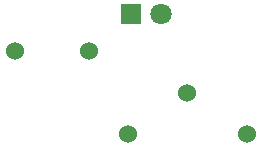
<source format=gbr>
%TF.GenerationSoftware,KiCad,Pcbnew,(5.1.9-0-10_14)*%
%TF.CreationDate,2021-10-13T18:32:58-07:00*%
%TF.ProjectId,pumpkin_pcb_2,70756d70-6b69-46e5-9f70-63625f322e6b,rev?*%
%TF.SameCoordinates,Original*%
%TF.FileFunction,Soldermask,Bot*%
%TF.FilePolarity,Negative*%
%FSLAX46Y46*%
G04 Gerber Fmt 4.6, Leading zero omitted, Abs format (unit mm)*
G04 Created by KiCad (PCBNEW (5.1.9-0-10_14)) date 2021-10-13 18:32:58*
%MOMM*%
%LPD*%
G01*
G04 APERTURE LIST*
%ADD10C,1.524000*%
%ADD11C,1.800000*%
%ADD12R,1.800000X1.800000*%
G04 APERTURE END LIST*
D10*
%TO.C,SW1*%
X22169600Y-80519653D03*
X28419600Y-80519653D03*
%TD*%
D11*
%TO.C,D1*%
X34507600Y-77400653D03*
D12*
X31967600Y-77400653D03*
%TD*%
D10*
%TO.C,BAT1*%
X41750000Y-87630000D03*
X36750000Y-84159999D03*
X31750000Y-87630000D03*
%TD*%
M02*

</source>
